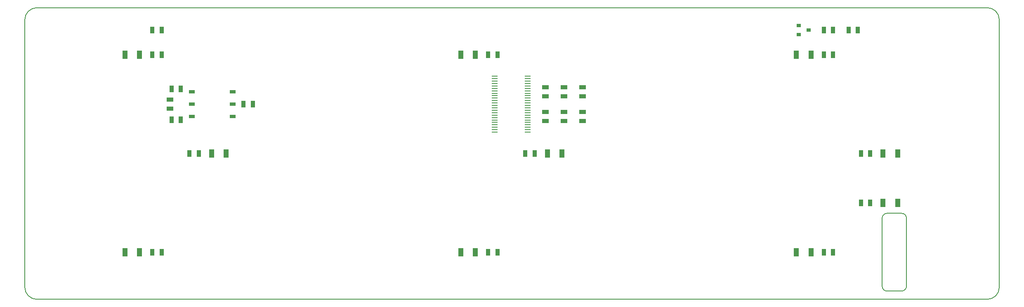
<source format=gbr>
%TF.GenerationSoftware,KiCad,Pcbnew,(5.0.0-rc2-dev-733-g23a9fcd91)*%
%TF.CreationDate,2018-05-26T11:51:58+02:00*%
%TF.ProjectId,CellsBoard,43656C6C73426F6172642E6B69636164,rev?*%
%TF.SameCoordinates,Original*%
%TF.FileFunction,Paste,Top*%
%TF.FilePolarity,Positive*%
%FSLAX46Y46*%
G04 Gerber Fmt 4.6, Leading zero omitted, Abs format (unit mm)*
G04 Created by KiCad (PCBNEW (5.0.0-rc2-dev-733-g23a9fcd91)) date 05/26/18 11:51:58*
%MOMM*%
%LPD*%
G01*
G04 APERTURE LIST*
%ADD10C,0.150000*%
%ADD11R,1.210000X0.210000*%
%ADD12R,1.260000X0.710000*%
%ADD13R,1.460000X0.930000*%
%ADD14R,0.930000X1.460000*%
%ADD15R,1.030000X1.760000*%
%ADD16R,0.860000X0.760000*%
G04 APERTURE END LIST*
D10*
X226950000Y-132300000D02*
X229950000Y-132300000D01*
X225950000Y-147300000D02*
X225950000Y-133300000D01*
X229950000Y-148300000D02*
X226950000Y-148300000D01*
X230950000Y-133300000D02*
X230950000Y-147300000D01*
X226950000Y-148300000D02*
G75*
G02X225950000Y-147300000I0J1000000D01*
G01*
X225950000Y-133300000D02*
G75*
G02X226950000Y-132300000I1000000J0D01*
G01*
X229950000Y-132300000D02*
G75*
G02X230950000Y-133300000I0J-1000000D01*
G01*
X230950000Y-147300000D02*
G75*
G02X229950000Y-148300000I-1000000J0D01*
G01*
X247500000Y-90000000D02*
X52500000Y-90000000D01*
X247500000Y-90000000D02*
G75*
G02X250000000Y-92500000I0J-2500000D01*
G01*
X250000000Y-147500000D02*
X250000000Y-92500000D01*
X250000000Y-147500000D02*
G75*
G02X247500000Y-150000000I-2500000J0D01*
G01*
X52500000Y-150000000D02*
X247500000Y-150000000D01*
X52500000Y-150000000D02*
G75*
G02X50000000Y-147500000I0J2500000D01*
G01*
X50000000Y-92500000D02*
X50000000Y-147500000D01*
X50000000Y-92500000D02*
G75*
G02X52500000Y-90000000I2500000J0D01*
G01*
D11*
X153225000Y-104100000D03*
X146475000Y-104100000D03*
X153225000Y-104600000D03*
X146475000Y-104600000D03*
X153225000Y-105100000D03*
X146475000Y-105100000D03*
X153225000Y-105600000D03*
X146475000Y-105600000D03*
X153225000Y-106100000D03*
X146475000Y-106100000D03*
X153225000Y-106600000D03*
X146475000Y-106600000D03*
X153225000Y-107100000D03*
X146475000Y-107100000D03*
X153225000Y-107600000D03*
X146475000Y-107600000D03*
X153225000Y-108100000D03*
X146475000Y-108100000D03*
X153225000Y-108600000D03*
X146475000Y-108600000D03*
X153225000Y-109100000D03*
X146475000Y-109100000D03*
X153225000Y-109600000D03*
X146475000Y-109600000D03*
X153225000Y-110100000D03*
X146475000Y-110100000D03*
X153225000Y-110600000D03*
X146475000Y-110600000D03*
X153225000Y-111100000D03*
X146475000Y-111100000D03*
X153225000Y-111600000D03*
X146475000Y-111600000D03*
X153225000Y-112100000D03*
X146475000Y-112100000D03*
X153225000Y-112600000D03*
X146475000Y-112600000D03*
X153225000Y-113100000D03*
X146475000Y-113100000D03*
X153225000Y-113600000D03*
X146475000Y-113600000D03*
X153225000Y-114100000D03*
X146475000Y-114100000D03*
X153225000Y-114600000D03*
X146475000Y-114600000D03*
X153225000Y-115100000D03*
X146475000Y-115100000D03*
X153225000Y-115600000D03*
X146475000Y-115600000D03*
D12*
X92650000Y-107310000D03*
X84250000Y-107310000D03*
X92650000Y-109850000D03*
X84250000Y-109850000D03*
X92650000Y-112390000D03*
X84250000Y-112390000D03*
D13*
X156835000Y-106355000D03*
X156835000Y-108265000D03*
X160645000Y-113345000D03*
X160645000Y-111435000D03*
X156835000Y-111435000D03*
X156835000Y-113345000D03*
D14*
X219065000Y-94620000D03*
X220975000Y-94620000D03*
D13*
X160645000Y-106355000D03*
X160645000Y-108265000D03*
D14*
X94870000Y-109850000D03*
X96780000Y-109850000D03*
D15*
X70555000Y-99700000D03*
X73565000Y-99700000D03*
X91345000Y-120000000D03*
X88335000Y-120000000D03*
X70555000Y-140300000D03*
X73565000Y-140300000D03*
X142465000Y-140300000D03*
X139455000Y-140300000D03*
X160245000Y-120000000D03*
X157235000Y-120000000D03*
X142465000Y-99700000D03*
X139455000Y-99700000D03*
X208355000Y-99700000D03*
X211365000Y-99700000D03*
X226135000Y-120000000D03*
X229145000Y-120000000D03*
X211365000Y-140300000D03*
X208355000Y-140300000D03*
X226135000Y-130150000D03*
X229145000Y-130150000D03*
D16*
X208860000Y-93670000D03*
X208860000Y-95570000D03*
X210860000Y-94620000D03*
D14*
X215890000Y-94620000D03*
X213980000Y-94620000D03*
X76185000Y-94620000D03*
X78095000Y-94620000D03*
X78095000Y-99700000D03*
X76185000Y-99700000D03*
X85715000Y-120000000D03*
X83805000Y-120000000D03*
X76185000Y-140300000D03*
X78095000Y-140300000D03*
X146995000Y-140300000D03*
X145085000Y-140300000D03*
X154615000Y-120000000D03*
X152705000Y-120000000D03*
X146995000Y-99700000D03*
X145085000Y-99700000D03*
X213985000Y-99700000D03*
X215895000Y-99700000D03*
X221605000Y-120000000D03*
X223515000Y-120000000D03*
D13*
X164455000Y-111435000D03*
X164455000Y-113345000D03*
X164455000Y-106355000D03*
X164455000Y-108265000D03*
D14*
X215895000Y-140300000D03*
X213985000Y-140300000D03*
X80120000Y-106675000D03*
X82030000Y-106675000D03*
D13*
X79805000Y-110805000D03*
X79805000Y-108895000D03*
D14*
X221605000Y-130160000D03*
X223515000Y-130160000D03*
X82030000Y-113025000D03*
X80120000Y-113025000D03*
M02*

</source>
